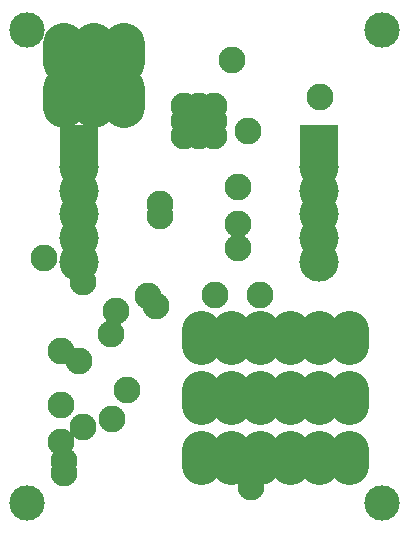
<source format=gbr>
G04 EAGLE Gerber X2 export*
%TF.Part,Single*%
%TF.FileFunction,Soldermask,Bot,1*%
%TF.FilePolarity,Negative*%
%TF.GenerationSoftware,Autodesk,EAGLE,9.1.0*%
%TF.CreationDate,2018-11-25T22:57:03Z*%
G75*
%MOMM*%
%FSLAX34Y34*%
%LPD*%
%AMOC8*
5,1,8,0,0,1.08239X$1,22.5*%
G01*
%ADD10C,3.000000*%
%ADD11R,3.320800X3.320800*%
%ADD12C,3.320800*%
%ADD13C,3.308000*%
%ADD14C,3.524000*%
%ADD15C,2.269200*%


D10*
X20000Y420000D03*
X20000Y20000D03*
X320000Y420000D03*
X320000Y20000D03*
D11*
X266700Y324000D03*
D12*
X266700Y304000D03*
X266700Y284000D03*
X266700Y264000D03*
X266700Y244000D03*
X266700Y224000D03*
D11*
X63500Y324000D03*
D12*
X63500Y304000D03*
X63500Y284000D03*
X63500Y264000D03*
X63500Y244000D03*
X63500Y224000D03*
D13*
X292100Y166240D02*
X292100Y153160D01*
X267100Y153160D02*
X267100Y166240D01*
X242100Y166240D02*
X242100Y153160D01*
X217100Y153160D02*
X217100Y166240D01*
X192100Y166240D02*
X192100Y153160D01*
X167100Y153160D02*
X167100Y166240D01*
X292100Y64640D02*
X292100Y51560D01*
X267100Y51560D02*
X267100Y64640D01*
X242100Y64640D02*
X242100Y51560D01*
X217100Y51560D02*
X217100Y64640D01*
X192100Y64640D02*
X192100Y51560D01*
X167100Y51560D02*
X167100Y64640D01*
X292100Y102360D02*
X292100Y115440D01*
X267100Y115440D02*
X267100Y102360D01*
X242100Y102360D02*
X242100Y115440D01*
X217100Y115440D02*
X217100Y102360D01*
X192100Y102360D02*
X192100Y115440D01*
X167100Y115440D02*
X167100Y102360D01*
D14*
X101600Y393380D02*
X101600Y408620D01*
X76200Y408620D02*
X76200Y393380D01*
X50800Y393380D02*
X50800Y408620D01*
X101600Y370520D02*
X101600Y355280D01*
X76200Y355280D02*
X76200Y370520D01*
X50800Y370520D02*
X50800Y355280D01*
D15*
X177800Y330200D03*
X165100Y330200D03*
X152400Y330200D03*
X152400Y342900D03*
X165100Y342900D03*
X177800Y342900D03*
X177800Y355600D03*
X165100Y355600D03*
X152400Y355600D03*
X48633Y102921D03*
X104052Y115362D03*
X193401Y394719D03*
X178698Y195663D03*
X66729Y83694D03*
X209235Y32799D03*
X206973Y334776D03*
X132327Y272571D03*
X91611Y90480D03*
X95004Y182091D03*
X66729Y206973D03*
X33930Y227331D03*
X128934Y186615D03*
X197925Y255606D03*
X268047Y363051D03*
X132327Y262392D03*
X48633Y71253D03*
X217152Y195663D03*
X50895Y45240D03*
X50895Y55419D03*
X48633Y148161D03*
X197925Y287274D03*
X90480Y162864D03*
X122148Y194532D03*
X63336Y140244D03*
X197925Y235248D03*
M02*

</source>
